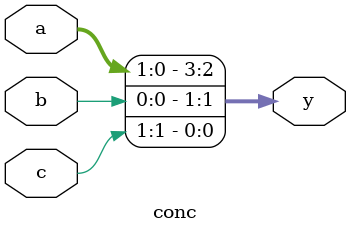
<source format=v>
module conc(
  input [1:0]a,b,c,
  output [3:0]y);

  assign y = {a,b[0],c[1]};

endmodule 

</source>
